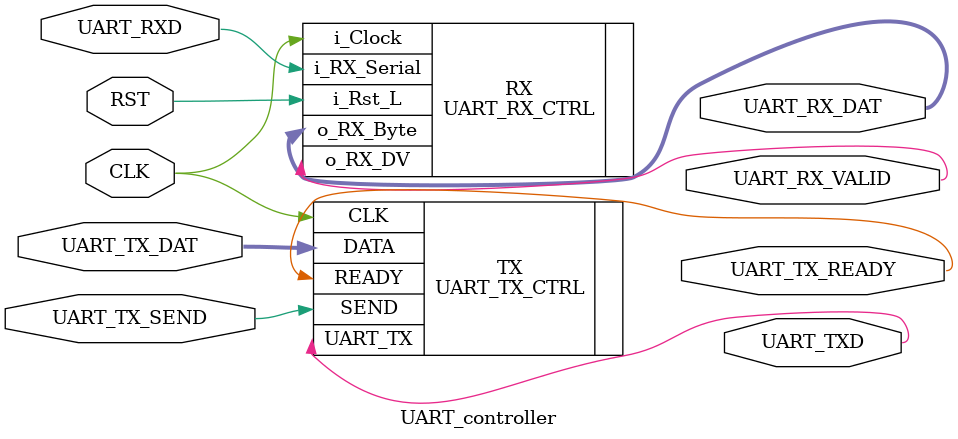
<source format=v>
`timescale 1ns / 1ps

`include "my_header.vh"

module UART_controller (
    input wire          CLK,
    input wire          RST,
    input wire [7:0]    UART_TX_DAT,
    input wire          UART_TX_SEND,
    input wire          UART_RXD,
    output wire          UART_TXD,
    output wire         UART_TX_READY,
    output wire [7:0]    UART_RX_DAT,
    output wire          UART_RX_VALID
);

    UART_TX_CTRL TX(
        .SEND(UART_TX_SEND),
        .DATA(UART_TX_DAT),
        .CLK(CLK),
        .READY(UART_TX_READY),
        .UART_TX(UART_TXD) 
    );

    UART_RX_CTRL RX(
        .i_Rst_L(RST),
		.i_Clock(CLK),
		.i_RX_Serial(UART_RXD),
		.o_RX_DV(UART_RX_VALID),
		.o_RX_Byte(UART_RX_DAT) 
    );

endmodule
</source>
